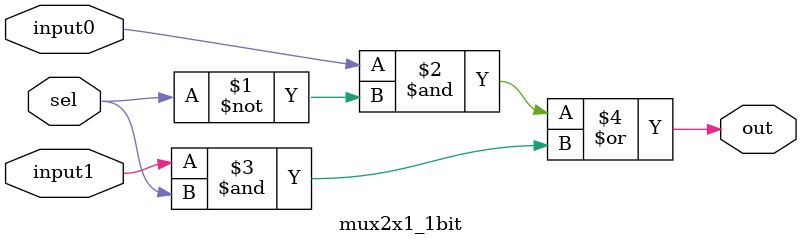
<source format=v>
`timescale 1ns / 1ps


module mux2x1_1bit(  input0,
                     input1,
                     sel,
                     out
                     );
    input input0, input1, sel;
    output out;
    
    assign out = (input0 & ~sel) | (input1 & sel);
endmodule

</source>
